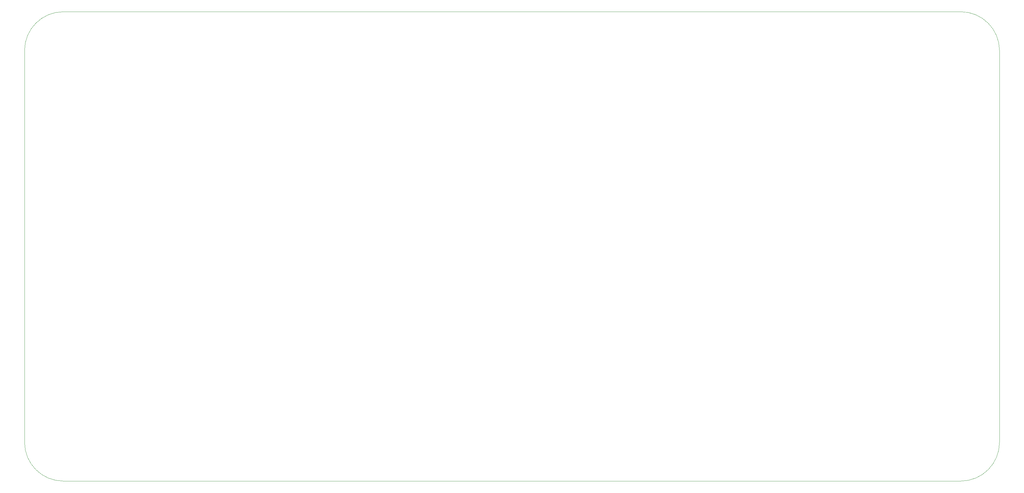
<source format=gm1>
G04 #@! TF.GenerationSoftware,KiCad,Pcbnew,(7.0.0)*
G04 #@! TF.CreationDate,2023-08-10T18:16:58-07:00*
G04 #@! TF.ProjectId,OpenOblong,4f70656e-4f62-46c6-9f6e-672e6b696361,rev?*
G04 #@! TF.SameCoordinates,Original*
G04 #@! TF.FileFunction,Profile,NP*
%FSLAX46Y46*%
G04 Gerber Fmt 4.6, Leading zero omitted, Abs format (unit mm)*
G04 Created by KiCad (PCBNEW (7.0.0)) date 2023-08-10 18:16:58*
%MOMM*%
%LPD*%
G01*
G04 APERTURE LIST*
G04 #@! TA.AperFunction,Profile*
%ADD10C,0.100000*%
G04 #@! TD*
G04 APERTURE END LIST*
D10*
X68610000Y-161620000D02*
X328810000Y-161620000D01*
X328810000Y-25400000D02*
X68610000Y-25400000D01*
X68610000Y-25400000D02*
G75*
G03*
X57360000Y-36650000I0J-11250000D01*
G01*
X340060000Y-36650000D02*
G75*
G03*
X328810000Y-25400000I-11250000J0D01*
G01*
X57360000Y-36650000D02*
X57360000Y-150370000D01*
X340060000Y-36650000D02*
X340060000Y-150370000D01*
X57360000Y-150370000D02*
G75*
G03*
X68610000Y-161620000I11250000J0D01*
G01*
X328810000Y-161620000D02*
G75*
G03*
X340060000Y-150370000I0J11250000D01*
G01*
M02*

</source>
